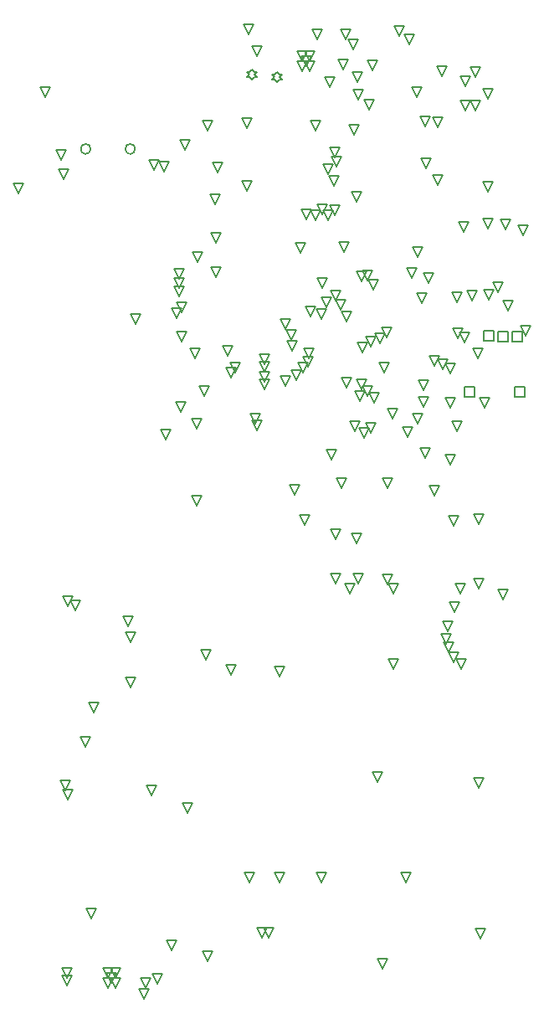
<source format=gbr>
%TF.GenerationSoftware,Altium Limited,Altium Designer,19.0.12 (326)*%
G04 Layer_Color=2752767*
%FSLAX26Y26*%
%MOIN*%
%TF.FileFunction,Drawing*%
%TF.Part,Single*%
G01*
G75*
%TA.AperFunction,NonConductor*%
%ADD146C,0.005000*%
%ADD147C,0.006667*%
D146*
X272000Y93000D02*
X252000Y133000D01*
X292000D01*
X272000Y93000D01*
X273000Y126000D02*
X253000Y166000D01*
X293000D01*
X273000Y126000D01*
X415000Y125000D02*
X455000D01*
X435000Y85000D01*
X415000Y125000D01*
X435000D02*
X415000Y165000D01*
X455000D01*
X435000Y125000D01*
X445000D02*
X485000D01*
X465000Y85000D01*
X445000Y125000D01*
X465000D02*
X445000Y165000D01*
X485000D01*
X465000Y125000D01*
X470000Y145000D02*
X450000Y105000D01*
X430000Y145000D01*
X470000D01*
X580000Y40906D02*
X560000Y80906D01*
X600000D01*
X580000Y40906D01*
X585000Y85000D02*
X565000Y125000D01*
X605000D01*
X585000Y85000D01*
X634156Y99844D02*
X614156Y139844D01*
X654156D01*
X634156Y99844D01*
X690000Y235000D02*
X670000Y275000D01*
X710000D01*
X690000Y235000D01*
X812658Y230000D02*
X852658D01*
X832658Y190000D01*
X812658Y230000D01*
X1050000Y285592D02*
X1030000Y325592D01*
X1070000D01*
X1050000Y285592D01*
X1075590D02*
X1055590Y325592D01*
X1095590D01*
X1075590Y285592D01*
X1265000Y545000D02*
X1305000D01*
X1285000Y505000D01*
X1265000Y545000D01*
X1140000D02*
X1120000Y505000D01*
X1100000Y545000D01*
X1140000D01*
X1020000D02*
X1000000Y505000D01*
X980000Y545000D01*
X1020000D01*
X771378Y820000D02*
X751378Y780000D01*
X731378Y820000D01*
X771378D01*
X630000Y890000D02*
X610000Y850000D01*
X590000Y890000D01*
X630000D01*
X525638Y1280000D02*
X505638Y1320000D01*
X545638D01*
X525638Y1280000D01*
X400000Y1220000D02*
X380000Y1180000D01*
X360000Y1220000D01*
X400000D01*
X367206Y1085000D02*
X347206Y1045000D01*
X327206Y1085000D01*
X367206D01*
X245000Y910000D02*
X285000D01*
X265000Y870000D01*
X245000Y910000D01*
X257000Y875000D02*
X297000D01*
X277000Y835000D01*
X257000Y875000D01*
X350000Y400000D02*
X390000D01*
X370000Y360000D01*
X350000Y400000D01*
X1120000Y1325000D02*
X1100000Y1365000D01*
X1140000D01*
X1120000Y1325000D01*
X925000Y1331890D02*
X905000Y1371890D01*
X945000D01*
X925000Y1331890D01*
X826919Y1390147D02*
X806919Y1430147D01*
X846919D01*
X826919Y1390147D01*
X545000Y1500000D02*
X525000Y1460000D01*
X505000Y1500000D01*
X545000D01*
X515000Y1525000D02*
X495000Y1565000D01*
X535000D01*
X515000Y1525000D01*
X306000Y1589000D02*
X286000Y1629000D01*
X326000D01*
X306000Y1589000D01*
X295000Y1645000D02*
X275000Y1605000D01*
X255000Y1645000D01*
X295000D01*
X770000Y2045000D02*
X810000D01*
X790000Y2005000D01*
X770000Y2045000D01*
X666614Y2268912D02*
X646614Y2308912D01*
X686614D01*
X666614Y2268912D01*
X727379Y2378932D02*
X707379Y2418932D01*
X747379D01*
X727379Y2378932D01*
X768346Y2350000D02*
X808346D01*
X788346Y2310000D01*
X768346Y2350000D01*
X820000Y2440000D02*
X800000Y2480000D01*
X840000D01*
X820000Y2440000D01*
X927192Y2513596D02*
X907192Y2553596D01*
X947192D01*
X927192Y2513596D01*
X941421Y2535690D02*
X921421Y2575690D01*
X961421D01*
X941421Y2535690D01*
X1060000Y2466370D02*
X1040000Y2506370D01*
X1080000D01*
X1060000Y2466370D01*
X1041063Y2371686D02*
X1021063Y2331686D01*
X1001063Y2371686D01*
X1041063D01*
X1049574Y2345000D02*
X1029574Y2305000D01*
X1009574Y2345000D01*
X1049574D01*
X1159330Y2086771D02*
X1199330D01*
X1179330Y2046771D01*
X1159330Y2086771D01*
X1199000Y1967232D02*
X1239000D01*
X1219000Y1927232D01*
X1199000Y1967232D01*
X1341812Y1870000D02*
X1321812Y1910000D01*
X1361812D01*
X1341812Y1870000D01*
X1322541Y1733171D02*
X1362541D01*
X1342541Y1693171D01*
X1322541Y1733171D01*
X1400592Y1655000D02*
X1380592Y1695000D01*
X1420592D01*
X1400592Y1655000D01*
X1571048Y1655592D02*
X1551048Y1695592D01*
X1591048D01*
X1571048Y1655592D01*
X1550000Y1690000D02*
X1530000Y1730000D01*
X1570000D01*
X1550000Y1690000D01*
X1425000Y1855000D02*
X1405000Y1895000D01*
X1445000D01*
X1425000Y1855000D01*
X1412175Y1735000D02*
X1452175D01*
X1432175Y1695000D01*
X1412175Y1735000D01*
X1551048Y1393466D02*
X1591048D01*
X1571048Y1353466D01*
X1551048Y1393466D01*
X1772426Y1460796D02*
X1812426D01*
X1792426Y1420796D01*
X1772426Y1460796D01*
X1813976Y1380000D02*
X1793976Y1420000D01*
X1833976D01*
X1813976Y1380000D01*
X1841534Y1353466D02*
X1821534Y1393466D01*
X1861534D01*
X1841534Y1353466D01*
X1781496Y1455000D02*
X1761496Y1495000D01*
X1801496D01*
X1781496Y1455000D01*
X1788740Y1505984D02*
X1768740Y1545984D01*
X1808740D01*
X1788740Y1505984D01*
X1814960Y1580000D02*
X1794960Y1620000D01*
X1834960D01*
X1814960Y1580000D01*
X1912500Y1673992D02*
X1892500Y1713992D01*
X1932500D01*
X1912500Y1673992D01*
X1987874Y1670000D02*
X2027874D01*
X2007874Y1630000D01*
X1987874Y1670000D01*
X1860000Y1695000D02*
X1840000Y1655000D01*
X1820000Y1695000D01*
X1860000D01*
X1912000Y1930000D02*
X1892000Y1970000D01*
X1932000D01*
X1912000Y1930000D01*
X1813976Y1923700D02*
X1793976Y1963700D01*
X1833976D01*
X1813976Y1923700D01*
X1737204Y2044326D02*
X1717204Y2084326D01*
X1757204D01*
X1737204Y2044326D01*
X1800000Y2168024D02*
X1780000Y2208024D01*
X1820000D01*
X1800000Y2168024D01*
X1699358Y2195094D02*
X1679358Y2235094D01*
X1719358D01*
X1699358Y2195094D01*
X1825000Y2300000D02*
X1805000Y2340000D01*
X1845000D01*
X1825000Y2300000D01*
X1937008Y2393842D02*
X1917008Y2433842D01*
X1957008D01*
X1937008Y2393842D01*
X1895000Y2438464D02*
X1855000D01*
Y2478464D01*
X1895000D01*
Y2438464D01*
X2055077Y2438971D02*
Y2478971D01*
X2095077D01*
Y2438971D01*
X2055077D01*
X2085000Y2657463D02*
X2045000D01*
Y2697463D01*
X2085000D01*
Y2657463D01*
X2100000Y2679790D02*
X2080000Y2719790D01*
X2120000D01*
X2100000Y2679790D01*
X2029000Y2699000D02*
Y2659000D01*
X1989000D01*
Y2699000D01*
X2029000D01*
X2030000Y2780000D02*
X2010000Y2820000D01*
X2050000D01*
X2030000Y2780000D01*
X1989531Y2855188D02*
X1969531Y2895188D01*
X2009531D01*
X1989531Y2855188D01*
X1973938Y2865000D02*
X1953938Y2825000D01*
X1933938Y2865000D01*
X1973938D01*
X1906628Y2860202D02*
X1886628Y2820202D01*
X1866628Y2860202D01*
X1906628D01*
X1932000Y2702024D02*
X1972000D01*
Y2662024D01*
X1932000D01*
Y2702024D01*
X1928654Y2630796D02*
X1908654Y2590796D01*
X1888654Y2630796D01*
X1928654D01*
X1875000Y2695000D02*
X1855000Y2655000D01*
X1835000Y2695000D01*
X1875000D01*
X1849724Y2710000D02*
X1829724Y2670000D01*
X1809724Y2710000D01*
X1849724D01*
X1789056Y2588552D02*
X1769056Y2548552D01*
X1749056Y2588552D01*
X1789056D01*
X1820000Y2570000D02*
X1800000Y2530000D01*
X1780000Y2570000D01*
X1820000D01*
X1817536Y2435158D02*
X1797536Y2395158D01*
X1777536Y2435158D01*
X1817536D01*
X1712000Y2505069D02*
X1692000Y2465069D01*
X1672000Y2505069D01*
X1712000D01*
X1735690Y2562000D02*
X1715690Y2602000D01*
X1755690D01*
X1735690Y2562000D01*
X1712000Y2438850D02*
X1692000Y2398850D01*
X1672000Y2438850D01*
X1712000D01*
X1690630Y2370000D02*
X1670630Y2330000D01*
X1650630Y2370000D01*
X1690630D01*
X1588308Y2391372D02*
X1568308Y2351372D01*
X1548308Y2391372D01*
X1588308D01*
X1608000Y2316642D02*
X1648000D01*
X1628000Y2276642D01*
X1608000Y2316642D01*
X1496850Y2416000D02*
X1476850Y2456000D01*
X1516850D01*
X1496850Y2416000D01*
X1488504Y2480000D02*
X1468504Y2440000D01*
X1448504Y2480000D01*
X1488504D01*
X1503740Y2333426D02*
X1483740Y2293426D01*
X1463740Y2333426D01*
X1503740D01*
X1440354Y2419693D02*
X1420354Y2459693D01*
X1460354D01*
X1440354Y2419693D01*
X1447232Y2466370D02*
X1427232Y2506370D01*
X1467232D01*
X1447232Y2466370D01*
X1385000Y2473114D02*
X1365000Y2513114D01*
X1405000D01*
X1385000Y2473114D01*
X1398110Y2342598D02*
X1438110D01*
X1418110Y2302598D01*
X1398110Y2342598D01*
X1437480Y2314670D02*
X1477480D01*
X1457480Y2274670D01*
X1437480Y2314670D01*
X1345000Y2227426D02*
X1325000Y2187426D01*
X1305000Y2227426D01*
X1345000D01*
X1344566Y2114882D02*
X1384566D01*
X1364566Y2074882D01*
X1344566Y2114882D01*
X1548621Y2074882D02*
X1528621Y2114882D01*
X1568621D01*
X1548621Y2074882D01*
X1536220Y2533000D02*
X1516220Y2573000D01*
X1556220D01*
X1536220Y2533000D01*
X1520000Y2650000D02*
X1500000Y2690000D01*
X1540000D01*
X1520000Y2650000D01*
X1501702Y2678158D02*
X1481702Y2638158D01*
X1461702Y2678158D01*
X1501702D01*
X1544566Y2674880D02*
X1524566Y2714880D01*
X1564566D01*
X1544566Y2674880D01*
X1386812Y2736920D02*
X1366812Y2776920D01*
X1406812D01*
X1386812Y2736920D01*
X1430000Y2655630D02*
X1470000D01*
X1450000Y2615630D01*
X1430000Y2655630D01*
X1286930Y2747920D02*
X1266930Y2787920D01*
X1306930D01*
X1286930Y2747920D01*
X1383195Y2825944D02*
X1363195Y2785944D01*
X1343195Y2825944D01*
X1383195D01*
X1491190Y2864626D02*
X1471190Y2904626D01*
X1511190D01*
X1491190Y2864626D01*
X1665104Y2850000D02*
X1705104D01*
X1685104Y2810000D01*
X1665104Y2850000D01*
X1711614Y2892056D02*
X1691614Y2932056D01*
X1731614D01*
X1711614Y2892056D01*
X1805000Y2855000D02*
X1845000D01*
X1825000Y2815000D01*
X1805000Y2855000D01*
X1690630Y3034566D02*
X1670630Y2994566D01*
X1650630Y3034566D01*
X1690630D01*
X1853356Y3095000D02*
X1833356Y3135000D01*
X1873356D01*
X1853356Y3095000D01*
X1950500Y3108000D02*
X1930500Y3148000D01*
X1970500D01*
X1950500Y3108000D01*
X2020842Y3104735D02*
X2000842Y3144735D01*
X2040842D01*
X2020842Y3104735D01*
X2070000Y3120000D02*
X2110000D01*
X2090000Y3080000D01*
X2070000Y3120000D01*
X1950000Y3254000D02*
X1930000Y3294000D01*
X1970000D01*
X1950000Y3254000D01*
X1721257Y3388743D02*
X1701257Y3348743D01*
X1681257Y3388743D01*
X1721257D01*
X1730000Y3320000D02*
X1770000D01*
X1750000Y3280000D01*
X1730000Y3320000D01*
X1900000Y3578000D02*
X1880000Y3618000D01*
X1920000D01*
X1900000Y3578000D01*
X1949000Y3626000D02*
X1929000Y3666000D01*
X1969000D01*
X1949000Y3626000D01*
X1900000Y3710000D02*
X1880000Y3750000D01*
X1920000D01*
X1900000Y3710000D01*
X1880000Y3716181D02*
X1860000Y3676181D01*
X1840000Y3716181D01*
X1880000D01*
X1785000Y3755000D02*
X1765000Y3715000D01*
X1745000Y3755000D01*
X1785000D01*
X1838000Y3618000D02*
X1878000D01*
X1858000Y3578000D01*
X1838000Y3618000D01*
X1685000Y3669842D02*
X1665000Y3629842D01*
X1645000Y3669842D01*
X1685000D01*
X1720000Y3555000D02*
X1700000Y3515000D01*
X1680000Y3555000D01*
X1720000D01*
X1729370Y3552204D02*
X1769370D01*
X1749370Y3512204D01*
X1729370Y3552204D01*
X1488850Y3738850D02*
X1468850Y3778850D01*
X1508850D01*
X1488850Y3738850D01*
X1494410Y3620000D02*
X1474410Y3580000D01*
X1454410Y3620000D01*
X1494410D01*
X1430000Y3690000D02*
X1410000Y3730000D01*
X1450000D01*
X1430000Y3690000D01*
X1412175Y3660000D02*
X1452175D01*
X1432175Y3620000D01*
X1412175Y3660000D01*
X1397175Y3520000D02*
X1437175D01*
X1417175Y3480000D01*
X1397175Y3520000D01*
X1320000Y3669660D02*
X1300000Y3709660D01*
X1340000D01*
X1320000Y3669660D01*
X1282204Y3539008D02*
X1262204Y3499008D01*
X1242204Y3539008D01*
X1282204D01*
X1318976Y3430904D02*
X1358976D01*
X1338976Y3390904D01*
X1318976Y3430904D01*
X1325000Y3395000D02*
X1365000D01*
X1345000Y3355000D01*
X1325000Y3395000D01*
X1331796Y3365000D02*
X1311796Y3325000D01*
X1291796Y3365000D01*
X1331796D01*
X1315000Y3319000D02*
X1355000D01*
X1335000Y3279000D01*
X1315000Y3319000D01*
X1319370Y3202704D02*
X1359370D01*
X1339370Y3162704D01*
X1319370Y3202704D01*
X1307796Y3203000D02*
X1287796Y3163000D01*
X1267796Y3203000D01*
X1307796D01*
X1293386Y3182798D02*
X1333386D01*
X1313386Y3142798D01*
X1293386Y3182798D01*
X1282204D02*
X1262204Y3142798D01*
X1242204Y3182798D01*
X1282204D01*
X1425000Y3215742D02*
X1405000Y3255742D01*
X1445000D01*
X1425000Y3215742D01*
X1355000Y3055000D02*
X1395000D01*
X1375000Y3015000D01*
X1355000Y3055000D01*
X1307796Y2909920D02*
X1287796Y2869920D01*
X1267796Y2909920D01*
X1307796D01*
X1321812Y2862000D02*
X1361812D01*
X1341812Y2822000D01*
X1321812Y2862000D01*
X1326110Y2833920D02*
X1306110Y2793920D01*
X1286110Y2833920D01*
X1326110D01*
X1446652Y2899499D02*
X1426652Y2939499D01*
X1466652D01*
X1446652Y2899499D01*
X1468504Y2900748D02*
X1448504Y2940748D01*
X1488504D01*
X1468504Y2900748D01*
X1647436Y2910000D02*
X1627436Y2950000D01*
X1667436D01*
X1647436Y2910000D01*
X1245000Y3183562D02*
X1225000Y3143562D01*
X1205000Y3183562D01*
X1245000D01*
X1221574Y3049920D02*
X1201574Y3009920D01*
X1181574Y3049920D01*
X1221574D01*
X1220944Y2797482D02*
X1260944D01*
X1240944Y2757482D01*
X1220944Y2797482D01*
X1185000Y2705000D02*
X1165000Y2665000D01*
X1145000Y2705000D01*
X1185000D01*
X1190000Y2660000D02*
X1170000Y2620000D01*
X1150000Y2660000D01*
X1190000D01*
X1214646Y2630000D02*
X1254646D01*
X1234646Y2590000D01*
X1214646Y2630000D01*
X1211867Y2599220D02*
X1251867D01*
X1231867Y2559220D01*
X1211867Y2599220D01*
X1231024Y2573000D02*
X1211024Y2533000D01*
X1191024Y2573000D01*
X1231024D01*
X1205000Y2545000D02*
X1185000Y2505000D01*
X1165000Y2545000D01*
X1205000D01*
X1163110Y2522874D02*
X1143110Y2482874D01*
X1123110Y2522874D01*
X1163110D01*
X1080000Y2607748D02*
X1060000Y2567748D01*
X1040000Y2607748D01*
X1080000D01*
X1078618Y2576890D02*
X1058618Y2536890D01*
X1038618Y2576890D01*
X1078618D01*
X1077536Y2537520D02*
X1057536Y2497520D01*
X1037536Y2537520D01*
X1077536D01*
X912478Y2600472D02*
X892478Y2640472D01*
X932478D01*
X912478Y2600472D01*
X783204Y2591000D02*
X763204Y2631000D01*
X803204D01*
X783204Y2591000D01*
X748291Y2696694D02*
X728291Y2656694D01*
X708291Y2696694D01*
X748291D01*
X709158Y2750078D02*
X689158Y2790078D01*
X729158D01*
X709158Y2750078D01*
X730109Y2775000D02*
X710109Y2815000D01*
X750109D01*
X730109Y2775000D01*
X718364Y2836692D02*
X698364Y2876692D01*
X738364D01*
X718364Y2836692D01*
X719000Y2870920D02*
X699000Y2910920D01*
X739000D01*
X719000Y2870920D01*
X793308Y2973920D02*
X773308Y3013920D01*
X813308D01*
X793308Y2973920D01*
X846322Y2955920D02*
X886322D01*
X866322Y2915920D01*
X846322Y2955920D01*
X866322Y3050202D02*
X846322Y3090202D01*
X886322D01*
X866322Y3050202D01*
X739000Y2948748D02*
X719000Y2908748D01*
X699000Y2948748D01*
X739000D01*
X565000Y2767920D02*
X545000Y2727920D01*
X525000Y2767920D01*
X565000D01*
X987716Y3257166D02*
X967716Y3297166D01*
X1007716D01*
X987716Y3257166D01*
X891322Y3370000D02*
X871322Y3330000D01*
X851322Y3370000D01*
X891322D01*
X882598Y3245000D02*
X862598Y3205000D01*
X842598Y3245000D01*
X882598D01*
X742764Y3420000D02*
X722764Y3460000D01*
X762764D01*
X742764Y3420000D01*
X832658Y3498190D02*
X812658Y3538190D01*
X852658D01*
X832658Y3498190D01*
X967716Y3548016D02*
X1007716D01*
X987716Y3508016D01*
X967716Y3548016D01*
X1090000Y3700000D02*
X1100000D01*
X1110000Y3690000D01*
X1120000Y3700000D01*
X1130000D01*
X1120000Y3710000D01*
X1130000Y3720000D01*
X1120000D01*
X1110000Y3730000D01*
X1100000Y3720000D01*
X1090000D01*
X1100000Y3710000D01*
X1090000Y3700000D01*
X1210000Y3735000D02*
X1190000Y3775000D01*
X1230000D01*
X1210000Y3735000D01*
X1240000D02*
X1220000Y3775000D01*
X1260000D01*
X1240000Y3735000D01*
X1225000Y3755000D02*
X1205000Y3795000D01*
X1245000D01*
X1225000Y3755000D01*
X1240000Y3775000D02*
X1220000Y3815000D01*
X1260000D01*
X1240000Y3775000D01*
X1210000D02*
X1190000Y3815000D01*
X1230000D01*
X1210000Y3775000D01*
X1372734Y3742232D02*
X1352734Y3782232D01*
X1392734D01*
X1372734Y3742232D01*
X1413094Y3820000D02*
X1393094Y3860000D01*
X1433094D01*
X1413094Y3820000D01*
X1381222Y3861000D02*
X1361222Y3901000D01*
X1401222D01*
X1381222Y3861000D01*
X1575766Y3914336D02*
X1615766D01*
X1595766Y3874336D01*
X1575766Y3914336D01*
X1615000Y3880000D02*
X1655000D01*
X1635000Y3840000D01*
X1615000Y3880000D01*
X1290276Y3900000D02*
X1270276Y3860000D01*
X1250276Y3900000D01*
X1290276D01*
X1016850Y3920000D02*
X996850Y3880000D01*
X976850Y3920000D01*
X1016850D01*
X1010314Y3835000D02*
X1050314D01*
X1030314Y3795000D01*
X1010314Y3835000D01*
X1010000Y3740700D02*
X1000000Y3730700D01*
X990000D01*
X1000000Y3720700D01*
X990000Y3710700D01*
X1000000D01*
X1010000Y3700700D01*
X1020000Y3710700D01*
X1030000D01*
X1020000Y3720700D01*
X1030000Y3730700D01*
X1020000D01*
X1010000Y3740700D01*
X637598Y3382402D02*
X617598Y3342402D01*
X597598Y3382402D01*
X637598D01*
X640000Y3373700D02*
X680000D01*
X660000Y3333700D01*
X640000Y3373700D01*
X185000Y3629842D02*
X165000Y3669842D01*
X205000D01*
X185000Y3629842D01*
X230000Y3420000D02*
X270000D01*
X250000Y3380000D01*
X230000Y3420000D01*
X240000Y3345000D02*
X280000D01*
X260000Y3305000D01*
X240000Y3345000D01*
X100000Y3286654D02*
X80000Y3246654D01*
X60000Y3286654D01*
X100000D01*
X1123827Y2747920D02*
X1163827D01*
X1143827Y2707920D01*
X1123827Y2747920D01*
X1488686Y945000D02*
X1528686D01*
X1508686Y905000D01*
X1488686Y945000D01*
X1601256Y545000D02*
X1641256D01*
X1621256Y505000D01*
X1601256Y545000D01*
X1550000Y200000D02*
X1530000Y160000D01*
X1510000Y200000D01*
X1550000D01*
X1919000Y280000D02*
X1899000Y320000D01*
X1939000D01*
X1919000Y280000D01*
X1912500Y879724D02*
X1892500Y919724D01*
X1932500D01*
X1912500Y879724D01*
D147*
X544372Y3425000D02*
G03*
X544372Y3425000I-20000J0D01*
G01*
X367206D02*
G03*
X367206Y3425000I-20000J0D01*
G01*
%TF.MD5,ab30bb145d7cc36a166f0c55e9fe861c*%
M02*

</source>
